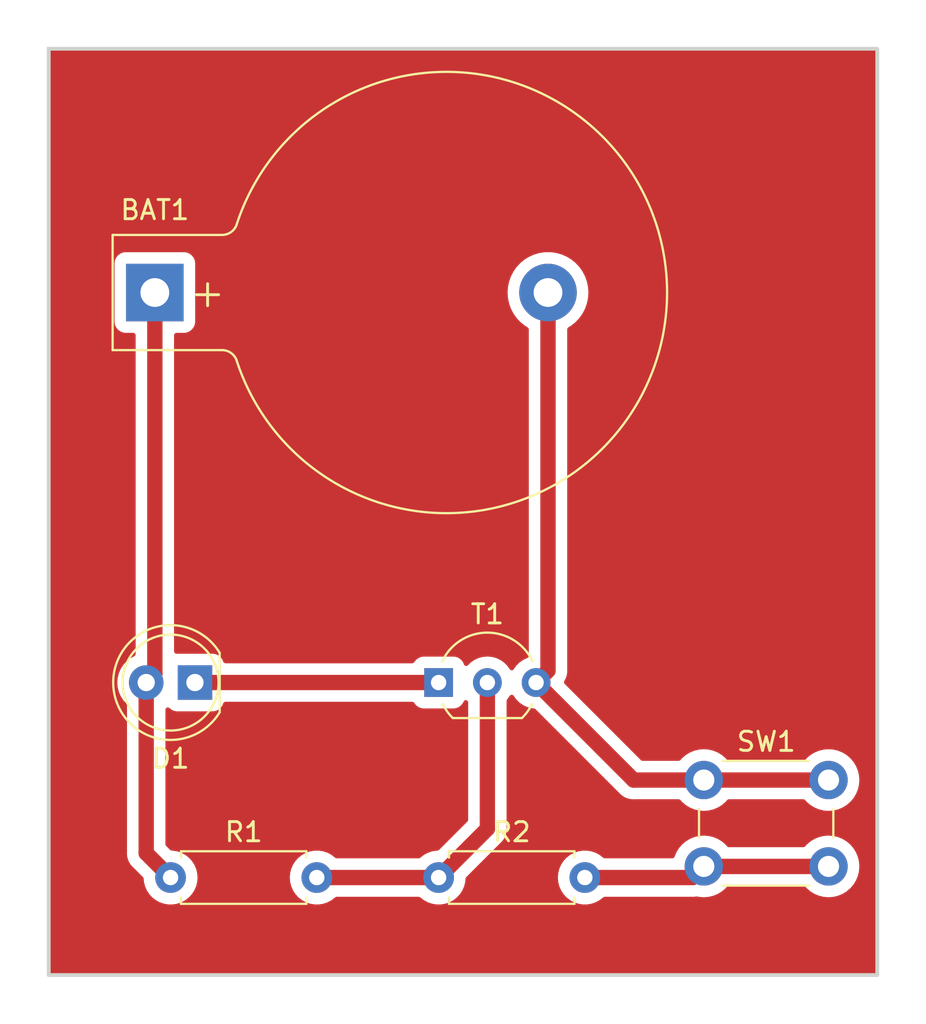
<source format=kicad_pcb>
(kicad_pcb (version 20221018) (generator pcbnew)
  (title_block (title "Svetlo na tlačítko") (date "2025-04-23") (rev "1") (company "Piaristická spojená škola") (comment 3 "Dominik Nagy") (comment 4 "Autor:"))
  (layers (0 "F.Cu" signal) (31 "B.Cu" signal) (34 "B.Paste" user) (35 "F.Paste" user) (36 "B.SilkS" user "B.Silkscreen") (37 "F.SilkS" user "F.Silkscreen") (38 "B.Mask" user) (39 "F.Mask" user) (44 "Edge.Cuts" user))
  (net 0 "")
  (net 1 "Net-(BAT1-+)")
  (net 2 "Net-(BAT1--)")
  (net 3 "Net-(D1-K)")
  (net 4 "Net-(T1-B)")
  (net 5 "Net-(R2-Pad2)")
  (footprint "Resistor_THT:R_Axial_DIN0207_L6.3mm_D2.5mm_P7.62mm_Horizontal" (layer "F.Cu") (at 195.58 104.14)
    (fp_text reference "R2" (at 3.81 -2.37) (layer "F.SilkS"))
    (fp_text value "1KΩ")
    (fp_line (start 0.54 -1.37) (end 7.08 -1.37) (stroke (width 0.12)) (layer "F.SilkS"))
    (fp_line (start 0.54 -1.04) (end 0.54 -1.37) (stroke (width 0.12)) (layer "F.SilkS"))
    (fp_line (start 0.54 1.04) (end 0.54 1.37) (stroke (width 0.12)) (layer "F.SilkS"))
    (fp_line (start 0.54 1.37) (end 7.08 1.37) (stroke (width 0.12)) (layer "F.SilkS"))
    (fp_line (start 7.08 -1.37) (end 7.08 -1.04) (stroke (width 0.12)) (layer "F.SilkS"))
    (fp_line (start 7.08 1.37) (end 7.08 1.04) (stroke (width 0.12)) (layer "F.SilkS"))
    (pad "1" thru_hole circle (at 0 0) (size 1.6 1.6) (drill 0.8) (layers "*.Cu" "*.Mask") (net 4 "Net-(T1-B)"))
    (pad "2" thru_hole oval (at 7.62 0) (size 1.6 1.6) (drill 0.8) (layers "*.Cu" "*.Mask") (net 5 "Net-(R2-Pad2)"))
  )
  (footprint "LED_THT:LED_D5.0mm" (layer "F.Cu") (at 182.88 93.98 180)
    (fp_text reference "D1" (at 1.27 -3.96) (layer "F.SilkS"))
    (fp_text value "LED")
    (fp_line (start -1.29 -1.545) (end -1.29 1.545) (stroke (width 0.12)) (layer "F.SilkS"))
    (fp_arc (start -1.29 -1.54483) (mid 2.072002 -2.880433) (end 4.26 0.000462) (stroke (width 0.12)) (layer "F.SilkS"))
    (fp_arc (start 4.26 -0.000462) (mid 2.072002 2.880433) (end -1.29 1.54483) (stroke (width 0.12)) (layer "F.SilkS"))
    (fp_circle (center 1.27 0) (end 3.77 0) (stroke (width 0.12)) (fill none) (layer "F.SilkS"))
    (pad "1" thru_hole rect (at 0 0 180) (size 1.8 1.8) (drill 0.9) (layers "*.Cu" "*.Mask") (net 3 "Net-(D1-K)"))
    (pad "2" thru_hole circle (at 2.54 0 180) (size 1.8 1.8) (drill 0.9) (layers "*.Cu" "*.Mask") (net 1 "Net-(BAT1-+)"))
  )
  (footprint "Resistor_THT:R_Axial_DIN0207_L6.3mm_D2.5mm_P7.62mm_Horizontal" (layer "F.Cu") (at 181.61 104.14)
    (fp_text reference "R1" (at 3.81 -2.37) (layer "F.SilkS"))
    (fp_text value "10KΩ")
    (fp_line (start 0.54 -1.37) (end 7.08 -1.37) (stroke (width 0.12)) (layer "F.SilkS"))
    (fp_line (start 0.54 -1.04) (end 0.54 -1.37) (stroke (width 0.12)) (layer "F.SilkS"))
    (fp_line (start 0.54 1.04) (end 0.54 1.37) (stroke (width 0.12)) (layer "F.SilkS"))
    (fp_line (start 0.54 1.37) (end 7.08 1.37) (stroke (width 0.12)) (layer "F.SilkS"))
    (fp_line (start 7.08 -1.37) (end 7.08 -1.04) (stroke (width 0.12)) (layer "F.SilkS"))
    (fp_line (start 7.08 1.37) (end 7.08 1.04) (stroke (width 0.12)) (layer "F.SilkS"))
    (pad "1" thru_hole circle (at 0 0) (size 1.6 1.6) (drill 0.8) (layers "*.Cu" "*.Mask") (net 1 "Net-(BAT1-+)"))
    (pad "2" thru_hole oval (at 7.62 0) (size 1.6 1.6) (drill 0.8) (layers "*.Cu" "*.Mask") (net 4 "Net-(T1-B)"))
  )
  (footprint "Package_TO_SOT_THT:TO-92_Inline_Wide" (layer "F.Cu") (at 195.58 93.98)
    (fp_text reference "T1" (at 2.54 -3.56) (layer "F.SilkS"))
    (fp_text value "BC547")
    (fp_line (start 0.74 1.85) (end 4.34 1.85) (stroke (width 0.12)) (layer "F.SilkS"))
    (fp_arc (start 0.1836 -1.098807) (mid 1.143021 -2.192817) (end 2.54 -2.6) (stroke (width 0.12)) (layer "F.SilkS"))
    (fp_arc (start 0.74 1.85) (mid 0.446097 1.509328) (end 0.215816 1.122795) (stroke (width 0.12)) (layer "F.SilkS"))
    (fp_arc (start 2.54 -2.6) (mid 3.936979 -2.192818) (end 4.8964 -1.098807) (stroke (width 0.12)) (layer "F.SilkS"))
    (fp_arc (start 4.864184 1.122795) (mid 4.633903 1.509328) (end 4.34 1.85) (stroke (width 0.12)) (layer "F.SilkS"))
    (pad "1" thru_hole rect (at 0 0) (size 1.5 1.5) (drill 0.8) (layers "*.Cu" "*.Mask") (net 3 "Net-(D1-K)"))
    (pad "2" thru_hole circle (at 2.54 0) (size 1.5 1.5) (drill 0.8) (layers "*.Cu" "*.Mask") (net 4 "Net-(T1-B)"))
    (pad "3" thru_hole circle (at 5.08 0) (size 1.5 1.5) (drill 0.8) (layers "*.Cu" "*.Mask") (net 2 "Net-(BAT1--)"))
  )
  (footprint "Button_Switch_THT:SW_PUSH_6mm_H8.5mm" (layer "F.Cu") (at 209.4 99.06)
    (fp_text reference "SW1" (at 3.25 -2) (layer "F.SilkS"))
    (fp_text value "SW_Push")
    (fp_line (start -0.25 1.5) (end -0.25 3) (stroke (width 0.12)) (layer "F.SilkS"))
    (fp_line (start 1 5.5) (end 5.5 5.5) (stroke (width 0.12)) (layer "F.SilkS"))
    (fp_line (start 5.5 -1) (end 1 -1) (stroke (width 0.12)) (layer "F.SilkS"))
    (fp_line (start 6.75 3) (end 6.75 1.5) (stroke (width 0.12)) (layer "F.SilkS"))
    (pad "1" thru_hole circle (at 0 0 90) (size 2 2) (drill 1.1) (layers "*.Cu" "*.Mask") (net 2 "Net-(BAT1--)"))
    (pad "1" thru_hole circle (at 6.5 0 90) (size 2 2) (drill 1.1) (layers "*.Cu" "*.Mask") (net 2 "Net-(BAT1--)"))
    (pad "2" thru_hole circle (at 0 4.5 90) (size 2 2) (drill 1.1) (layers "*.Cu" "*.Mask") (net 5 "Net-(R2-Pad2)"))
    (pad "2" thru_hole circle (at 6.5 4.5 90) (size 2 2) (drill 1.1) (layers "*.Cu" "*.Mask") (net 5 "Net-(R2-Pad2)"))
  )
  (footprint "Battery:BatteryHolder_Keystone_103_1x20mm" (layer "F.Cu") (at 180.79 73.659999)
    (fp_text reference "BAT1" (at 0 -4.3) (layer "F.SilkS"))
    (fp_text value "3.7v")
    (fp_text user "+" (at 2.75 0) (layer "F.SilkS") (effects (font (size 1.5 1.5))))
    (fp_line (start -2.2 -3) (end 3.5 -3) (stroke (width 0.12)) (layer "F.SilkS"))
    (fp_line (start -2.2 3) (end -2.2 -3) (stroke (width 0.12)) (layer "F.SilkS"))
    (fp_line (start -2.2 3) (end 3.5 3) (stroke (width 0.12)) (layer "F.SilkS"))
    (fp_arc (start 3.5 3) (mid 3.950694 3.136459) (end 4.25 3.5) (stroke (width 0.12)) (layer "F.SilkS"))
    (fp_arc (start 4.25 -3.5) (mid 3.950694 -3.136459) (end 3.5 -3) (stroke (width 0.12)) (layer "F.SilkS"))
    (fp_arc (start 4.25 -3.5) (mid 16.971103 -11.358466) (end 26.695671 0) (stroke (width 0.12)) (layer "F.SilkS"))
    (fp_arc (start 26.695671 0) (mid 16.971103 11.358466) (end 4.25 3.5) (stroke (width 0.12)) (layer "F.SilkS"))
    (pad "1" thru_hole rect (at 0 0) (size 3 3) (drill 1.5) (layers "*.Cu" "*.Mask") (net 1 "Net-(BAT1-+)"))
    (pad "2" thru_hole circle (at 20.49 0) (size 3 3) (drill 1.5) (layers "*.Cu" "*.Mask") (net 2 "Net-(BAT1--)"))
  )
  (gr_rect (start 175.26 60.96) (end 218.44 109.22) (stroke (width 0.2)) (fill none) (layer "Edge.Cuts"))
  (segment (start 180.79 93.53) (end 180.34 93.98) (width 0.8) (layer "F.Cu") (net 1))
  (segment (start 180.34 102.87) (end 181.61 104.14) (width 0.8) (layer "F.Cu") (net 1))
  (segment (start 180.79 73.659999) (end 180.79 93.53) (width 0.8) (layer "F.Cu") (net 1))
  (segment (start 180.34 93.98) (end 180.34 102.87) (width 0.8) (layer "F.Cu") (net 1))
  (segment (start 205.74 99.06) (end 209.4 99.06) (width 0.8) (layer "F.Cu") (net 2))
  (segment (start 201.28 73.659999) (end 201.28 93.36) (width 0.8) (layer "F.Cu") (net 2))
  (segment (start 209.4 99.06) (end 215.9 99.06) (width 0.8) (layer "F.Cu") (net 2))
  (segment (start 200.66 93.98) (end 205.74 99.06) (width 0.8) (layer "F.Cu") (net 2))
  (segment (start 201.28 93.36) (end 200.66 93.98) (width 0.8) (layer "F.Cu") (net 2))
  (segment (start 182.88 93.98) (end 195.58 93.98) (width 0.8) (layer "F.Cu") (net 3))
  (segment (start 189.23 104.14) (end 195.58 104.14) (width 0.8) (layer "F.Cu") (net 4))
  (segment (start 198.12 101.6) (end 195.58 104.14) (width 0.8) (layer "F.Cu") (net 4))
  (segment (start 198.12 93.98) (end 198.12 101.6) (width 0.8) (layer "F.Cu") (net 4))
  (segment (start 203.2 104.14) (end 208.82 104.14) (width 0.8) (layer "F.Cu") (net 5))
  (segment (start 209.4 103.56) (end 215.9 103.56) (width 0.8) (layer "F.Cu") (net 5))
  (segment (start 208.82 104.14) (end 209.4 103.56) (width 0.8) (layer "F.Cu") (net 5))
  (zone (net 0) (net_name "") (layer "F.Cu") (connect_pads (clearance 0.5)) (min_thickness 0.25) (fill yes (thermal_gap 0.5) (thermal_bridge_width 0.5) (island_removal_mode 1) (island_area_min 10))
    (polygon (pts (xy 172.72 58.42) (xy 220.98 58.42) (xy 220.98 111.76) (xy 172.72 111.76)))
  )
)
</source>
